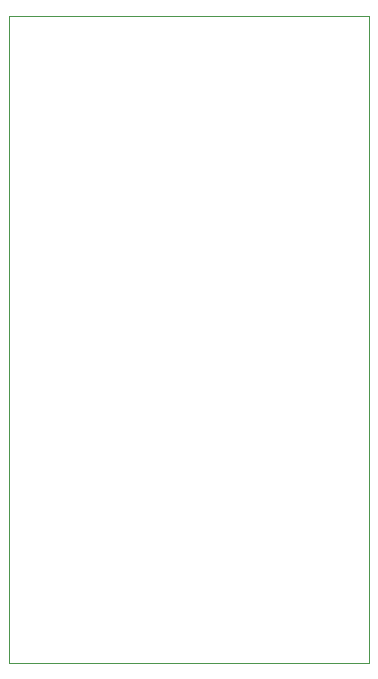
<source format=gm1>
%TF.GenerationSoftware,KiCad,Pcbnew,(5.1.10)-1*%
%TF.CreationDate,2021-05-26T15:53:11-05:00*%
%TF.ProjectId,IAQ RPI PCB Rev 1,49415120-5250-4492-9050-434220526576,1*%
%TF.SameCoordinates,Original*%
%TF.FileFunction,Profile,NP*%
%FSLAX46Y46*%
G04 Gerber Fmt 4.6, Leading zero omitted, Abs format (unit mm)*
G04 Created by KiCad (PCBNEW (5.1.10)-1) date 2021-05-26 15:53:11*
%MOMM*%
%LPD*%
G01*
G04 APERTURE LIST*
%TA.AperFunction,Profile*%
%ADD10C,0.050000*%
%TD*%
G04 APERTURE END LIST*
D10*
X172085000Y-118364000D02*
X176657000Y-118364000D01*
X172085000Y-63627000D02*
X172085000Y-118364000D01*
X176657000Y-63627000D02*
X172085000Y-63627000D01*
X176657000Y-63627000D02*
X202565000Y-63627000D01*
X202565000Y-118364000D02*
X176657000Y-118364000D01*
X202565000Y-63627000D02*
X202565000Y-118364000D01*
M02*

</source>
